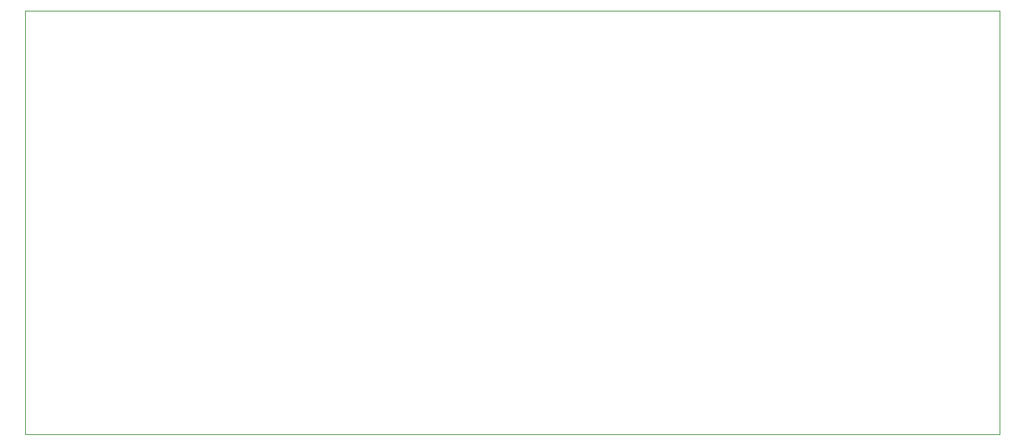
<source format=gbr>
G04 #@! TF.FileFunction,Profile,NP*
%FSLAX46Y46*%
G04 Gerber Fmt 4.6, Leading zero omitted, Abs format (unit mm)*
G04 Created by KiCad (PCBNEW 4.0.1-stable) date 13.01.2016 23:47:25*
%MOMM*%
G01*
G04 APERTURE LIST*
%ADD10C,0.100000*%
G04 APERTURE END LIST*
D10*
X130000000Y-80000000D02*
X130000000Y-30000000D01*
X245000000Y-80000000D02*
X130000000Y-80000000D01*
X245000000Y-30000000D02*
X245000000Y-80000000D01*
X130000000Y-30000000D02*
X245000000Y-30000000D01*
M02*

</source>
